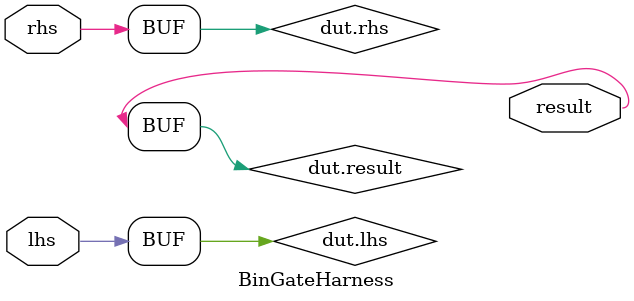
<source format=sv>
/**
 * A harness to inject the DUT into.
 */
 module BinGateHarness(
    input logic lhs,
    input logic rhs,
    output logic result,
    HDubCoreLogicBinGateIf.Injected dut
);

    // Just copy the inputs and outputs
    assign dut.lhs = lhs;
    assign dut.rhs = rhs;
    assign result = dut.result;
endmodule

</source>
